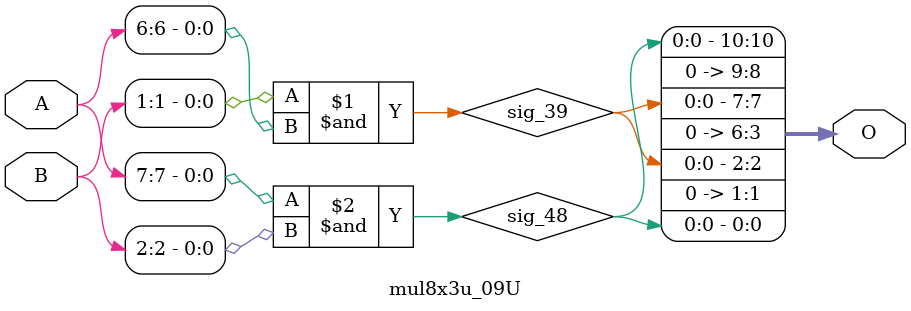
<source format=v>
/***
* This code is a part of EvoApproxLib library (ehw.fit.vutbr.cz/approxlib) distributed under The MIT License.
* When used, please cite the following article(s): V. Mrazek, L. Sekanina and Z. Vasicek, "Libraries of Approximate Circuits: Design and Application in CNN Accelerators" 
* This file contains a circuit from a sub-set of pareto optimal circuits with respect to the pwr and wce parameters
***/
// MAE% = 10.29 %
// MAE = 211 
// WCE% = 36.96 %
// WCE = 757 
// WCRE% = 100.20 %
// EP% = 87.06 %
// MRE% = 70.10 %
// MSE = 76819 
// PDK45_PWR = 0.0006 mW
// PDK45_AREA = 4.7 um2
// PDK45_DELAY = 0.04 ns

module mul8x3u_09U (
    A,
    B,
    O
);

input [7:0] A;
input [2:0] B;
output [10:0] O;

wire sig_39,sig_48;

assign sig_39 = B[1] & A[6];
assign sig_48 = A[7] & B[2];

assign O[10] = sig_48;
assign O[9] = 1'b0;
assign O[8] = 1'b0;
assign O[7] = sig_39;
assign O[6] = 1'b0;
assign O[5] = 1'b0;
assign O[4] = 1'b0;
assign O[3] = 1'b0;
assign O[2] = sig_39;
assign O[1] = 1'b0;
assign O[0] = sig_48;

endmodule



</source>
